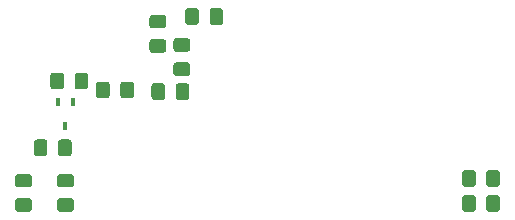
<source format=gbp>
G04 #@! TF.GenerationSoftware,KiCad,Pcbnew,5.1.5+dfsg1-2build2*
G04 #@! TF.CreationDate,2021-05-18T17:36:40-03:00*
G04 #@! TF.ProjectId,jbox_kicad,6a626f78-5f6b-4696-9361-642e6b696361,0*
G04 #@! TF.SameCoordinates,Original*
G04 #@! TF.FileFunction,Paste,Bot*
G04 #@! TF.FilePolarity,Positive*
%FSLAX46Y46*%
G04 Gerber Fmt 4.6, Leading zero omitted, Abs format (unit mm)*
G04 Created by KiCad (PCBNEW 5.1.5+dfsg1-2build2) date 2021-05-18 17:36:40*
%MOMM*%
%LPD*%
G04 APERTURE LIST*
%ADD10C,0.500000*%
%ADD11R,0.450000X0.700000*%
G04 APERTURE END LIST*
D10*
G36*
X224375505Y-108764204D02*
G01*
X224399773Y-108767804D01*
X224423572Y-108773765D01*
X224446671Y-108782030D01*
X224468850Y-108792520D01*
X224489893Y-108805132D01*
X224509599Y-108819747D01*
X224527777Y-108836223D01*
X224544253Y-108854401D01*
X224558868Y-108874107D01*
X224571480Y-108895150D01*
X224581970Y-108917329D01*
X224590235Y-108940428D01*
X224596196Y-108964227D01*
X224599796Y-108988495D01*
X224601000Y-109012999D01*
X224601000Y-109663001D01*
X224599796Y-109687505D01*
X224596196Y-109711773D01*
X224590235Y-109735572D01*
X224581970Y-109758671D01*
X224571480Y-109780850D01*
X224558868Y-109801893D01*
X224544253Y-109821599D01*
X224527777Y-109839777D01*
X224509599Y-109856253D01*
X224489893Y-109870868D01*
X224468850Y-109883480D01*
X224446671Y-109893970D01*
X224423572Y-109902235D01*
X224399773Y-109908196D01*
X224375505Y-109911796D01*
X224351001Y-109913000D01*
X223450999Y-109913000D01*
X223426495Y-109911796D01*
X223402227Y-109908196D01*
X223378428Y-109902235D01*
X223355329Y-109893970D01*
X223333150Y-109883480D01*
X223312107Y-109870868D01*
X223292401Y-109856253D01*
X223274223Y-109839777D01*
X223257747Y-109821599D01*
X223243132Y-109801893D01*
X223230520Y-109780850D01*
X223220030Y-109758671D01*
X223211765Y-109735572D01*
X223205804Y-109711773D01*
X223202204Y-109687505D01*
X223201000Y-109663001D01*
X223201000Y-109012999D01*
X223202204Y-108988495D01*
X223205804Y-108964227D01*
X223211765Y-108940428D01*
X223220030Y-108917329D01*
X223230520Y-108895150D01*
X223243132Y-108874107D01*
X223257747Y-108854401D01*
X223274223Y-108836223D01*
X223292401Y-108819747D01*
X223312107Y-108805132D01*
X223333150Y-108792520D01*
X223355329Y-108782030D01*
X223378428Y-108773765D01*
X223402227Y-108767804D01*
X223426495Y-108764204D01*
X223450999Y-108763000D01*
X224351001Y-108763000D01*
X224375505Y-108764204D01*
G37*
G36*
X224375505Y-110814204D02*
G01*
X224399773Y-110817804D01*
X224423572Y-110823765D01*
X224446671Y-110832030D01*
X224468850Y-110842520D01*
X224489893Y-110855132D01*
X224509599Y-110869747D01*
X224527777Y-110886223D01*
X224544253Y-110904401D01*
X224558868Y-110924107D01*
X224571480Y-110945150D01*
X224581970Y-110967329D01*
X224590235Y-110990428D01*
X224596196Y-111014227D01*
X224599796Y-111038495D01*
X224601000Y-111062999D01*
X224601000Y-111713001D01*
X224599796Y-111737505D01*
X224596196Y-111761773D01*
X224590235Y-111785572D01*
X224581970Y-111808671D01*
X224571480Y-111830850D01*
X224558868Y-111851893D01*
X224544253Y-111871599D01*
X224527777Y-111889777D01*
X224509599Y-111906253D01*
X224489893Y-111920868D01*
X224468850Y-111933480D01*
X224446671Y-111943970D01*
X224423572Y-111952235D01*
X224399773Y-111958196D01*
X224375505Y-111961796D01*
X224351001Y-111963000D01*
X223450999Y-111963000D01*
X223426495Y-111961796D01*
X223402227Y-111958196D01*
X223378428Y-111952235D01*
X223355329Y-111943970D01*
X223333150Y-111933480D01*
X223312107Y-111920868D01*
X223292401Y-111906253D01*
X223274223Y-111889777D01*
X223257747Y-111871599D01*
X223243132Y-111851893D01*
X223230520Y-111830850D01*
X223220030Y-111808671D01*
X223211765Y-111785572D01*
X223205804Y-111761773D01*
X223202204Y-111737505D01*
X223201000Y-111713001D01*
X223201000Y-111062999D01*
X223202204Y-111038495D01*
X223205804Y-111014227D01*
X223211765Y-110990428D01*
X223220030Y-110967329D01*
X223230520Y-110945150D01*
X223243132Y-110924107D01*
X223257747Y-110904401D01*
X223274223Y-110886223D01*
X223292401Y-110869747D01*
X223312107Y-110855132D01*
X223333150Y-110842520D01*
X223355329Y-110832030D01*
X223378428Y-110823765D01*
X223402227Y-110817804D01*
X223426495Y-110814204D01*
X223450999Y-110813000D01*
X224351001Y-110813000D01*
X224375505Y-110814204D01*
G37*
G36*
X227162505Y-108203704D02*
G01*
X227186773Y-108207304D01*
X227210572Y-108213265D01*
X227233671Y-108221530D01*
X227255850Y-108232020D01*
X227276893Y-108244632D01*
X227296599Y-108259247D01*
X227314777Y-108275723D01*
X227331253Y-108293901D01*
X227345868Y-108313607D01*
X227358480Y-108334650D01*
X227368970Y-108356829D01*
X227377235Y-108379928D01*
X227383196Y-108403727D01*
X227386796Y-108427995D01*
X227388000Y-108452499D01*
X227388000Y-109352501D01*
X227386796Y-109377005D01*
X227383196Y-109401273D01*
X227377235Y-109425072D01*
X227368970Y-109448171D01*
X227358480Y-109470350D01*
X227345868Y-109491393D01*
X227331253Y-109511099D01*
X227314777Y-109529277D01*
X227296599Y-109545753D01*
X227276893Y-109560368D01*
X227255850Y-109572980D01*
X227233671Y-109583470D01*
X227210572Y-109591735D01*
X227186773Y-109597696D01*
X227162505Y-109601296D01*
X227138001Y-109602500D01*
X226487999Y-109602500D01*
X226463495Y-109601296D01*
X226439227Y-109597696D01*
X226415428Y-109591735D01*
X226392329Y-109583470D01*
X226370150Y-109572980D01*
X226349107Y-109560368D01*
X226329401Y-109545753D01*
X226311223Y-109529277D01*
X226294747Y-109511099D01*
X226280132Y-109491393D01*
X226267520Y-109470350D01*
X226257030Y-109448171D01*
X226248765Y-109425072D01*
X226242804Y-109401273D01*
X226239204Y-109377005D01*
X226238000Y-109352501D01*
X226238000Y-108452499D01*
X226239204Y-108427995D01*
X226242804Y-108403727D01*
X226248765Y-108379928D01*
X226257030Y-108356829D01*
X226267520Y-108334650D01*
X226280132Y-108313607D01*
X226294747Y-108293901D01*
X226311223Y-108275723D01*
X226329401Y-108259247D01*
X226349107Y-108244632D01*
X226370150Y-108232020D01*
X226392329Y-108221530D01*
X226415428Y-108213265D01*
X226439227Y-108207304D01*
X226463495Y-108203704D01*
X226487999Y-108202500D01*
X227138001Y-108202500D01*
X227162505Y-108203704D01*
G37*
G36*
X229212505Y-108203704D02*
G01*
X229236773Y-108207304D01*
X229260572Y-108213265D01*
X229283671Y-108221530D01*
X229305850Y-108232020D01*
X229326893Y-108244632D01*
X229346599Y-108259247D01*
X229364777Y-108275723D01*
X229381253Y-108293901D01*
X229395868Y-108313607D01*
X229408480Y-108334650D01*
X229418970Y-108356829D01*
X229427235Y-108379928D01*
X229433196Y-108403727D01*
X229436796Y-108427995D01*
X229438000Y-108452499D01*
X229438000Y-109352501D01*
X229436796Y-109377005D01*
X229433196Y-109401273D01*
X229427235Y-109425072D01*
X229418970Y-109448171D01*
X229408480Y-109470350D01*
X229395868Y-109491393D01*
X229381253Y-109511099D01*
X229364777Y-109529277D01*
X229346599Y-109545753D01*
X229326893Y-109560368D01*
X229305850Y-109572980D01*
X229283671Y-109583470D01*
X229260572Y-109591735D01*
X229236773Y-109597696D01*
X229212505Y-109601296D01*
X229188001Y-109602500D01*
X228537999Y-109602500D01*
X228513495Y-109601296D01*
X228489227Y-109597696D01*
X228465428Y-109591735D01*
X228442329Y-109583470D01*
X228420150Y-109572980D01*
X228399107Y-109560368D01*
X228379401Y-109545753D01*
X228361223Y-109529277D01*
X228344747Y-109511099D01*
X228330132Y-109491393D01*
X228317520Y-109470350D01*
X228307030Y-109448171D01*
X228298765Y-109425072D01*
X228292804Y-109401273D01*
X228289204Y-109377005D01*
X228288000Y-109352501D01*
X228288000Y-108452499D01*
X228289204Y-108427995D01*
X228292804Y-108403727D01*
X228298765Y-108379928D01*
X228307030Y-108356829D01*
X228317520Y-108334650D01*
X228330132Y-108313607D01*
X228344747Y-108293901D01*
X228361223Y-108275723D01*
X228379401Y-108259247D01*
X228399107Y-108244632D01*
X228420150Y-108232020D01*
X228442329Y-108221530D01*
X228465428Y-108213265D01*
X228489227Y-108207304D01*
X228513495Y-108203704D01*
X228537999Y-108202500D01*
X229188001Y-108202500D01*
X229212505Y-108203704D01*
G37*
G36*
X216565005Y-124276204D02*
G01*
X216589273Y-124279804D01*
X216613072Y-124285765D01*
X216636171Y-124294030D01*
X216658350Y-124304520D01*
X216679393Y-124317132D01*
X216699099Y-124331747D01*
X216717277Y-124348223D01*
X216733753Y-124366401D01*
X216748368Y-124386107D01*
X216760980Y-124407150D01*
X216771470Y-124429329D01*
X216779735Y-124452428D01*
X216785696Y-124476227D01*
X216789296Y-124500495D01*
X216790500Y-124524999D01*
X216790500Y-125175001D01*
X216789296Y-125199505D01*
X216785696Y-125223773D01*
X216779735Y-125247572D01*
X216771470Y-125270671D01*
X216760980Y-125292850D01*
X216748368Y-125313893D01*
X216733753Y-125333599D01*
X216717277Y-125351777D01*
X216699099Y-125368253D01*
X216679393Y-125382868D01*
X216658350Y-125395480D01*
X216636171Y-125405970D01*
X216613072Y-125414235D01*
X216589273Y-125420196D01*
X216565005Y-125423796D01*
X216540501Y-125425000D01*
X215640499Y-125425000D01*
X215615995Y-125423796D01*
X215591727Y-125420196D01*
X215567928Y-125414235D01*
X215544829Y-125405970D01*
X215522650Y-125395480D01*
X215501607Y-125382868D01*
X215481901Y-125368253D01*
X215463723Y-125351777D01*
X215447247Y-125333599D01*
X215432632Y-125313893D01*
X215420020Y-125292850D01*
X215409530Y-125270671D01*
X215401265Y-125247572D01*
X215395304Y-125223773D01*
X215391704Y-125199505D01*
X215390500Y-125175001D01*
X215390500Y-124524999D01*
X215391704Y-124500495D01*
X215395304Y-124476227D01*
X215401265Y-124452428D01*
X215409530Y-124429329D01*
X215420020Y-124407150D01*
X215432632Y-124386107D01*
X215447247Y-124366401D01*
X215463723Y-124348223D01*
X215481901Y-124331747D01*
X215501607Y-124317132D01*
X215522650Y-124304520D01*
X215544829Y-124294030D01*
X215567928Y-124285765D01*
X215591727Y-124279804D01*
X215615995Y-124276204D01*
X215640499Y-124275000D01*
X216540501Y-124275000D01*
X216565005Y-124276204D01*
G37*
G36*
X216565005Y-122226204D02*
G01*
X216589273Y-122229804D01*
X216613072Y-122235765D01*
X216636171Y-122244030D01*
X216658350Y-122254520D01*
X216679393Y-122267132D01*
X216699099Y-122281747D01*
X216717277Y-122298223D01*
X216733753Y-122316401D01*
X216748368Y-122336107D01*
X216760980Y-122357150D01*
X216771470Y-122379329D01*
X216779735Y-122402428D01*
X216785696Y-122426227D01*
X216789296Y-122450495D01*
X216790500Y-122474999D01*
X216790500Y-123125001D01*
X216789296Y-123149505D01*
X216785696Y-123173773D01*
X216779735Y-123197572D01*
X216771470Y-123220671D01*
X216760980Y-123242850D01*
X216748368Y-123263893D01*
X216733753Y-123283599D01*
X216717277Y-123301777D01*
X216699099Y-123318253D01*
X216679393Y-123332868D01*
X216658350Y-123345480D01*
X216636171Y-123355970D01*
X216613072Y-123364235D01*
X216589273Y-123370196D01*
X216565005Y-123373796D01*
X216540501Y-123375000D01*
X215640499Y-123375000D01*
X215615995Y-123373796D01*
X215591727Y-123370196D01*
X215567928Y-123364235D01*
X215544829Y-123355970D01*
X215522650Y-123345480D01*
X215501607Y-123332868D01*
X215481901Y-123318253D01*
X215463723Y-123301777D01*
X215447247Y-123283599D01*
X215432632Y-123263893D01*
X215420020Y-123242850D01*
X215409530Y-123220671D01*
X215401265Y-123197572D01*
X215395304Y-123173773D01*
X215391704Y-123149505D01*
X215390500Y-123125001D01*
X215390500Y-122474999D01*
X215391704Y-122450495D01*
X215395304Y-122426227D01*
X215401265Y-122402428D01*
X215409530Y-122379329D01*
X215420020Y-122357150D01*
X215432632Y-122336107D01*
X215447247Y-122316401D01*
X215463723Y-122298223D01*
X215481901Y-122281747D01*
X215501607Y-122267132D01*
X215522650Y-122254520D01*
X215544829Y-122244030D01*
X215567928Y-122235765D01*
X215591727Y-122229804D01*
X215615995Y-122226204D01*
X215640499Y-122225000D01*
X216540501Y-122225000D01*
X216565005Y-122226204D01*
G37*
G36*
X216385505Y-119316204D02*
G01*
X216409773Y-119319804D01*
X216433572Y-119325765D01*
X216456671Y-119334030D01*
X216478850Y-119344520D01*
X216499893Y-119357132D01*
X216519599Y-119371747D01*
X216537777Y-119388223D01*
X216554253Y-119406401D01*
X216568868Y-119426107D01*
X216581480Y-119447150D01*
X216591970Y-119469329D01*
X216600235Y-119492428D01*
X216606196Y-119516227D01*
X216609796Y-119540495D01*
X216611000Y-119564999D01*
X216611000Y-120465001D01*
X216609796Y-120489505D01*
X216606196Y-120513773D01*
X216600235Y-120537572D01*
X216591970Y-120560671D01*
X216581480Y-120582850D01*
X216568868Y-120603893D01*
X216554253Y-120623599D01*
X216537777Y-120641777D01*
X216519599Y-120658253D01*
X216499893Y-120672868D01*
X216478850Y-120685480D01*
X216456671Y-120695970D01*
X216433572Y-120704235D01*
X216409773Y-120710196D01*
X216385505Y-120713796D01*
X216361001Y-120715000D01*
X215710999Y-120715000D01*
X215686495Y-120713796D01*
X215662227Y-120710196D01*
X215638428Y-120704235D01*
X215615329Y-120695970D01*
X215593150Y-120685480D01*
X215572107Y-120672868D01*
X215552401Y-120658253D01*
X215534223Y-120641777D01*
X215517747Y-120623599D01*
X215503132Y-120603893D01*
X215490520Y-120582850D01*
X215480030Y-120560671D01*
X215471765Y-120537572D01*
X215465804Y-120513773D01*
X215462204Y-120489505D01*
X215461000Y-120465001D01*
X215461000Y-119564999D01*
X215462204Y-119540495D01*
X215465804Y-119516227D01*
X215471765Y-119492428D01*
X215480030Y-119469329D01*
X215490520Y-119447150D01*
X215503132Y-119426107D01*
X215517747Y-119406401D01*
X215534223Y-119388223D01*
X215552401Y-119371747D01*
X215572107Y-119357132D01*
X215593150Y-119344520D01*
X215615329Y-119334030D01*
X215638428Y-119325765D01*
X215662227Y-119319804D01*
X215686495Y-119316204D01*
X215710999Y-119315000D01*
X216361001Y-119315000D01*
X216385505Y-119316204D01*
G37*
G36*
X214335505Y-119316204D02*
G01*
X214359773Y-119319804D01*
X214383572Y-119325765D01*
X214406671Y-119334030D01*
X214428850Y-119344520D01*
X214449893Y-119357132D01*
X214469599Y-119371747D01*
X214487777Y-119388223D01*
X214504253Y-119406401D01*
X214518868Y-119426107D01*
X214531480Y-119447150D01*
X214541970Y-119469329D01*
X214550235Y-119492428D01*
X214556196Y-119516227D01*
X214559796Y-119540495D01*
X214561000Y-119564999D01*
X214561000Y-120465001D01*
X214559796Y-120489505D01*
X214556196Y-120513773D01*
X214550235Y-120537572D01*
X214541970Y-120560671D01*
X214531480Y-120582850D01*
X214518868Y-120603893D01*
X214504253Y-120623599D01*
X214487777Y-120641777D01*
X214469599Y-120658253D01*
X214449893Y-120672868D01*
X214428850Y-120685480D01*
X214406671Y-120695970D01*
X214383572Y-120704235D01*
X214359773Y-120710196D01*
X214335505Y-120713796D01*
X214311001Y-120715000D01*
X213660999Y-120715000D01*
X213636495Y-120713796D01*
X213612227Y-120710196D01*
X213588428Y-120704235D01*
X213565329Y-120695970D01*
X213543150Y-120685480D01*
X213522107Y-120672868D01*
X213502401Y-120658253D01*
X213484223Y-120641777D01*
X213467747Y-120623599D01*
X213453132Y-120603893D01*
X213440520Y-120582850D01*
X213430030Y-120560671D01*
X213421765Y-120537572D01*
X213415804Y-120513773D01*
X213412204Y-120489505D01*
X213411000Y-120465001D01*
X213411000Y-119564999D01*
X213412204Y-119540495D01*
X213415804Y-119516227D01*
X213421765Y-119492428D01*
X213430030Y-119469329D01*
X213440520Y-119447150D01*
X213453132Y-119426107D01*
X213467747Y-119406401D01*
X213484223Y-119388223D01*
X213502401Y-119371747D01*
X213522107Y-119357132D01*
X213543150Y-119344520D01*
X213565329Y-119334030D01*
X213588428Y-119325765D01*
X213612227Y-119319804D01*
X213636495Y-119316204D01*
X213660999Y-119315000D01*
X214311001Y-119315000D01*
X214335505Y-119316204D01*
G37*
G36*
X213009005Y-122226204D02*
G01*
X213033273Y-122229804D01*
X213057072Y-122235765D01*
X213080171Y-122244030D01*
X213102350Y-122254520D01*
X213123393Y-122267132D01*
X213143099Y-122281747D01*
X213161277Y-122298223D01*
X213177753Y-122316401D01*
X213192368Y-122336107D01*
X213204980Y-122357150D01*
X213215470Y-122379329D01*
X213223735Y-122402428D01*
X213229696Y-122426227D01*
X213233296Y-122450495D01*
X213234500Y-122474999D01*
X213234500Y-123125001D01*
X213233296Y-123149505D01*
X213229696Y-123173773D01*
X213223735Y-123197572D01*
X213215470Y-123220671D01*
X213204980Y-123242850D01*
X213192368Y-123263893D01*
X213177753Y-123283599D01*
X213161277Y-123301777D01*
X213143099Y-123318253D01*
X213123393Y-123332868D01*
X213102350Y-123345480D01*
X213080171Y-123355970D01*
X213057072Y-123364235D01*
X213033273Y-123370196D01*
X213009005Y-123373796D01*
X212984501Y-123375000D01*
X212084499Y-123375000D01*
X212059995Y-123373796D01*
X212035727Y-123370196D01*
X212011928Y-123364235D01*
X211988829Y-123355970D01*
X211966650Y-123345480D01*
X211945607Y-123332868D01*
X211925901Y-123318253D01*
X211907723Y-123301777D01*
X211891247Y-123283599D01*
X211876632Y-123263893D01*
X211864020Y-123242850D01*
X211853530Y-123220671D01*
X211845265Y-123197572D01*
X211839304Y-123173773D01*
X211835704Y-123149505D01*
X211834500Y-123125001D01*
X211834500Y-122474999D01*
X211835704Y-122450495D01*
X211839304Y-122426227D01*
X211845265Y-122402428D01*
X211853530Y-122379329D01*
X211864020Y-122357150D01*
X211876632Y-122336107D01*
X211891247Y-122316401D01*
X211907723Y-122298223D01*
X211925901Y-122281747D01*
X211945607Y-122267132D01*
X211966650Y-122254520D01*
X211988829Y-122244030D01*
X212011928Y-122235765D01*
X212035727Y-122229804D01*
X212059995Y-122226204D01*
X212084499Y-122225000D01*
X212984501Y-122225000D01*
X213009005Y-122226204D01*
G37*
G36*
X213009005Y-124276204D02*
G01*
X213033273Y-124279804D01*
X213057072Y-124285765D01*
X213080171Y-124294030D01*
X213102350Y-124304520D01*
X213123393Y-124317132D01*
X213143099Y-124331747D01*
X213161277Y-124348223D01*
X213177753Y-124366401D01*
X213192368Y-124386107D01*
X213204980Y-124407150D01*
X213215470Y-124429329D01*
X213223735Y-124452428D01*
X213229696Y-124476227D01*
X213233296Y-124500495D01*
X213234500Y-124524999D01*
X213234500Y-125175001D01*
X213233296Y-125199505D01*
X213229696Y-125223773D01*
X213223735Y-125247572D01*
X213215470Y-125270671D01*
X213204980Y-125292850D01*
X213192368Y-125313893D01*
X213177753Y-125333599D01*
X213161277Y-125351777D01*
X213143099Y-125368253D01*
X213123393Y-125382868D01*
X213102350Y-125395480D01*
X213080171Y-125405970D01*
X213057072Y-125414235D01*
X213033273Y-125420196D01*
X213009005Y-125423796D01*
X212984501Y-125425000D01*
X212084499Y-125425000D01*
X212059995Y-125423796D01*
X212035727Y-125420196D01*
X212011928Y-125414235D01*
X211988829Y-125405970D01*
X211966650Y-125395480D01*
X211945607Y-125382868D01*
X211925901Y-125368253D01*
X211907723Y-125351777D01*
X211891247Y-125333599D01*
X211876632Y-125313893D01*
X211864020Y-125292850D01*
X211853530Y-125270671D01*
X211845265Y-125247572D01*
X211839304Y-125223773D01*
X211835704Y-125199505D01*
X211834500Y-125175001D01*
X211834500Y-124524999D01*
X211835704Y-124500495D01*
X211839304Y-124476227D01*
X211845265Y-124452428D01*
X211853530Y-124429329D01*
X211864020Y-124407150D01*
X211876632Y-124386107D01*
X211891247Y-124366401D01*
X211907723Y-124348223D01*
X211925901Y-124331747D01*
X211945607Y-124317132D01*
X211966650Y-124304520D01*
X211988829Y-124294030D01*
X212011928Y-124285765D01*
X212035727Y-124279804D01*
X212059995Y-124276204D01*
X212084499Y-124275000D01*
X212984501Y-124275000D01*
X213009005Y-124276204D01*
G37*
G36*
X226407505Y-112782704D02*
G01*
X226431773Y-112786304D01*
X226455572Y-112792265D01*
X226478671Y-112800530D01*
X226500850Y-112811020D01*
X226521893Y-112823632D01*
X226541599Y-112838247D01*
X226559777Y-112854723D01*
X226576253Y-112872901D01*
X226590868Y-112892607D01*
X226603480Y-112913650D01*
X226613970Y-112935829D01*
X226622235Y-112958928D01*
X226628196Y-112982727D01*
X226631796Y-113006995D01*
X226633000Y-113031499D01*
X226633000Y-113681501D01*
X226631796Y-113706005D01*
X226628196Y-113730273D01*
X226622235Y-113754072D01*
X226613970Y-113777171D01*
X226603480Y-113799350D01*
X226590868Y-113820393D01*
X226576253Y-113840099D01*
X226559777Y-113858277D01*
X226541599Y-113874753D01*
X226521893Y-113889368D01*
X226500850Y-113901980D01*
X226478671Y-113912470D01*
X226455572Y-113920735D01*
X226431773Y-113926696D01*
X226407505Y-113930296D01*
X226383001Y-113931500D01*
X225482999Y-113931500D01*
X225458495Y-113930296D01*
X225434227Y-113926696D01*
X225410428Y-113920735D01*
X225387329Y-113912470D01*
X225365150Y-113901980D01*
X225344107Y-113889368D01*
X225324401Y-113874753D01*
X225306223Y-113858277D01*
X225289747Y-113840099D01*
X225275132Y-113820393D01*
X225262520Y-113799350D01*
X225252030Y-113777171D01*
X225243765Y-113754072D01*
X225237804Y-113730273D01*
X225234204Y-113706005D01*
X225233000Y-113681501D01*
X225233000Y-113031499D01*
X225234204Y-113006995D01*
X225237804Y-112982727D01*
X225243765Y-112958928D01*
X225252030Y-112935829D01*
X225262520Y-112913650D01*
X225275132Y-112892607D01*
X225289747Y-112872901D01*
X225306223Y-112854723D01*
X225324401Y-112838247D01*
X225344107Y-112823632D01*
X225365150Y-112811020D01*
X225387329Y-112800530D01*
X225410428Y-112792265D01*
X225434227Y-112786304D01*
X225458495Y-112782704D01*
X225482999Y-112781500D01*
X226383001Y-112781500D01*
X226407505Y-112782704D01*
G37*
G36*
X226407505Y-110732704D02*
G01*
X226431773Y-110736304D01*
X226455572Y-110742265D01*
X226478671Y-110750530D01*
X226500850Y-110761020D01*
X226521893Y-110773632D01*
X226541599Y-110788247D01*
X226559777Y-110804723D01*
X226576253Y-110822901D01*
X226590868Y-110842607D01*
X226603480Y-110863650D01*
X226613970Y-110885829D01*
X226622235Y-110908928D01*
X226628196Y-110932727D01*
X226631796Y-110956995D01*
X226633000Y-110981499D01*
X226633000Y-111631501D01*
X226631796Y-111656005D01*
X226628196Y-111680273D01*
X226622235Y-111704072D01*
X226613970Y-111727171D01*
X226603480Y-111749350D01*
X226590868Y-111770393D01*
X226576253Y-111790099D01*
X226559777Y-111808277D01*
X226541599Y-111824753D01*
X226521893Y-111839368D01*
X226500850Y-111851980D01*
X226478671Y-111862470D01*
X226455572Y-111870735D01*
X226431773Y-111876696D01*
X226407505Y-111880296D01*
X226383001Y-111881500D01*
X225482999Y-111881500D01*
X225458495Y-111880296D01*
X225434227Y-111876696D01*
X225410428Y-111870735D01*
X225387329Y-111862470D01*
X225365150Y-111851980D01*
X225344107Y-111839368D01*
X225324401Y-111824753D01*
X225306223Y-111808277D01*
X225289747Y-111790099D01*
X225275132Y-111770393D01*
X225262520Y-111749350D01*
X225252030Y-111727171D01*
X225243765Y-111704072D01*
X225237804Y-111680273D01*
X225234204Y-111656005D01*
X225233000Y-111631501D01*
X225233000Y-110981499D01*
X225234204Y-110956995D01*
X225237804Y-110932727D01*
X225243765Y-110908928D01*
X225252030Y-110885829D01*
X225262520Y-110863650D01*
X225275132Y-110842607D01*
X225289747Y-110822901D01*
X225306223Y-110804723D01*
X225324401Y-110788247D01*
X225344107Y-110773632D01*
X225365150Y-110761020D01*
X225387329Y-110750530D01*
X225410428Y-110742265D01*
X225434227Y-110736304D01*
X225458495Y-110732704D01*
X225482999Y-110731500D01*
X226383001Y-110731500D01*
X226407505Y-110732704D01*
G37*
G36*
X224296005Y-114553704D02*
G01*
X224320273Y-114557304D01*
X224344072Y-114563265D01*
X224367171Y-114571530D01*
X224389350Y-114582020D01*
X224410393Y-114594632D01*
X224430099Y-114609247D01*
X224448277Y-114625723D01*
X224464753Y-114643901D01*
X224479368Y-114663607D01*
X224491980Y-114684650D01*
X224502470Y-114706829D01*
X224510735Y-114729928D01*
X224516696Y-114753727D01*
X224520296Y-114777995D01*
X224521500Y-114802499D01*
X224521500Y-115702501D01*
X224520296Y-115727005D01*
X224516696Y-115751273D01*
X224510735Y-115775072D01*
X224502470Y-115798171D01*
X224491980Y-115820350D01*
X224479368Y-115841393D01*
X224464753Y-115861099D01*
X224448277Y-115879277D01*
X224430099Y-115895753D01*
X224410393Y-115910368D01*
X224389350Y-115922980D01*
X224367171Y-115933470D01*
X224344072Y-115941735D01*
X224320273Y-115947696D01*
X224296005Y-115951296D01*
X224271501Y-115952500D01*
X223621499Y-115952500D01*
X223596995Y-115951296D01*
X223572727Y-115947696D01*
X223548928Y-115941735D01*
X223525829Y-115933470D01*
X223503650Y-115922980D01*
X223482607Y-115910368D01*
X223462901Y-115895753D01*
X223444723Y-115879277D01*
X223428247Y-115861099D01*
X223413632Y-115841393D01*
X223401020Y-115820350D01*
X223390530Y-115798171D01*
X223382265Y-115775072D01*
X223376304Y-115751273D01*
X223372704Y-115727005D01*
X223371500Y-115702501D01*
X223371500Y-114802499D01*
X223372704Y-114777995D01*
X223376304Y-114753727D01*
X223382265Y-114729928D01*
X223390530Y-114706829D01*
X223401020Y-114684650D01*
X223413632Y-114663607D01*
X223428247Y-114643901D01*
X223444723Y-114625723D01*
X223462901Y-114609247D01*
X223482607Y-114594632D01*
X223503650Y-114582020D01*
X223525829Y-114571530D01*
X223548928Y-114563265D01*
X223572727Y-114557304D01*
X223596995Y-114553704D01*
X223621499Y-114552500D01*
X224271501Y-114552500D01*
X224296005Y-114553704D01*
G37*
G36*
X226346005Y-114553704D02*
G01*
X226370273Y-114557304D01*
X226394072Y-114563265D01*
X226417171Y-114571530D01*
X226439350Y-114582020D01*
X226460393Y-114594632D01*
X226480099Y-114609247D01*
X226498277Y-114625723D01*
X226514753Y-114643901D01*
X226529368Y-114663607D01*
X226541980Y-114684650D01*
X226552470Y-114706829D01*
X226560735Y-114729928D01*
X226566696Y-114753727D01*
X226570296Y-114777995D01*
X226571500Y-114802499D01*
X226571500Y-115702501D01*
X226570296Y-115727005D01*
X226566696Y-115751273D01*
X226560735Y-115775072D01*
X226552470Y-115798171D01*
X226541980Y-115820350D01*
X226529368Y-115841393D01*
X226514753Y-115861099D01*
X226498277Y-115879277D01*
X226480099Y-115895753D01*
X226460393Y-115910368D01*
X226439350Y-115922980D01*
X226417171Y-115933470D01*
X226394072Y-115941735D01*
X226370273Y-115947696D01*
X226346005Y-115951296D01*
X226321501Y-115952500D01*
X225671499Y-115952500D01*
X225646995Y-115951296D01*
X225622727Y-115947696D01*
X225598928Y-115941735D01*
X225575829Y-115933470D01*
X225553650Y-115922980D01*
X225532607Y-115910368D01*
X225512901Y-115895753D01*
X225494723Y-115879277D01*
X225478247Y-115861099D01*
X225463632Y-115841393D01*
X225451020Y-115820350D01*
X225440530Y-115798171D01*
X225432265Y-115775072D01*
X225426304Y-115751273D01*
X225422704Y-115727005D01*
X225421500Y-115702501D01*
X225421500Y-114802499D01*
X225422704Y-114777995D01*
X225426304Y-114753727D01*
X225432265Y-114729928D01*
X225440530Y-114706829D01*
X225451020Y-114684650D01*
X225463632Y-114663607D01*
X225478247Y-114643901D01*
X225494723Y-114625723D01*
X225512901Y-114609247D01*
X225532607Y-114594632D01*
X225553650Y-114582020D01*
X225575829Y-114571530D01*
X225598928Y-114563265D01*
X225622727Y-114557304D01*
X225646995Y-114553704D01*
X225671499Y-114552500D01*
X226321501Y-114552500D01*
X226346005Y-114553704D01*
G37*
G36*
X252644005Y-124040604D02*
G01*
X252668273Y-124044204D01*
X252692072Y-124050165D01*
X252715171Y-124058430D01*
X252737350Y-124068920D01*
X252758393Y-124081532D01*
X252778099Y-124096147D01*
X252796277Y-124112623D01*
X252812753Y-124130801D01*
X252827368Y-124150507D01*
X252839980Y-124171550D01*
X252850470Y-124193729D01*
X252858735Y-124216828D01*
X252864696Y-124240627D01*
X252868296Y-124264895D01*
X252869500Y-124289399D01*
X252869500Y-125189401D01*
X252868296Y-125213905D01*
X252864696Y-125238173D01*
X252858735Y-125261972D01*
X252850470Y-125285071D01*
X252839980Y-125307250D01*
X252827368Y-125328293D01*
X252812753Y-125347999D01*
X252796277Y-125366177D01*
X252778099Y-125382653D01*
X252758393Y-125397268D01*
X252737350Y-125409880D01*
X252715171Y-125420370D01*
X252692072Y-125428635D01*
X252668273Y-125434596D01*
X252644005Y-125438196D01*
X252619501Y-125439400D01*
X251969499Y-125439400D01*
X251944995Y-125438196D01*
X251920727Y-125434596D01*
X251896928Y-125428635D01*
X251873829Y-125420370D01*
X251851650Y-125409880D01*
X251830607Y-125397268D01*
X251810901Y-125382653D01*
X251792723Y-125366177D01*
X251776247Y-125347999D01*
X251761632Y-125328293D01*
X251749020Y-125307250D01*
X251738530Y-125285071D01*
X251730265Y-125261972D01*
X251724304Y-125238173D01*
X251720704Y-125213905D01*
X251719500Y-125189401D01*
X251719500Y-124289399D01*
X251720704Y-124264895D01*
X251724304Y-124240627D01*
X251730265Y-124216828D01*
X251738530Y-124193729D01*
X251749020Y-124171550D01*
X251761632Y-124150507D01*
X251776247Y-124130801D01*
X251792723Y-124112623D01*
X251810901Y-124096147D01*
X251830607Y-124081532D01*
X251851650Y-124068920D01*
X251873829Y-124058430D01*
X251896928Y-124050165D01*
X251920727Y-124044204D01*
X251944995Y-124040604D01*
X251969499Y-124039400D01*
X252619501Y-124039400D01*
X252644005Y-124040604D01*
G37*
G36*
X250594005Y-124040604D02*
G01*
X250618273Y-124044204D01*
X250642072Y-124050165D01*
X250665171Y-124058430D01*
X250687350Y-124068920D01*
X250708393Y-124081532D01*
X250728099Y-124096147D01*
X250746277Y-124112623D01*
X250762753Y-124130801D01*
X250777368Y-124150507D01*
X250789980Y-124171550D01*
X250800470Y-124193729D01*
X250808735Y-124216828D01*
X250814696Y-124240627D01*
X250818296Y-124264895D01*
X250819500Y-124289399D01*
X250819500Y-125189401D01*
X250818296Y-125213905D01*
X250814696Y-125238173D01*
X250808735Y-125261972D01*
X250800470Y-125285071D01*
X250789980Y-125307250D01*
X250777368Y-125328293D01*
X250762753Y-125347999D01*
X250746277Y-125366177D01*
X250728099Y-125382653D01*
X250708393Y-125397268D01*
X250687350Y-125409880D01*
X250665171Y-125420370D01*
X250642072Y-125428635D01*
X250618273Y-125434596D01*
X250594005Y-125438196D01*
X250569501Y-125439400D01*
X249919499Y-125439400D01*
X249894995Y-125438196D01*
X249870727Y-125434596D01*
X249846928Y-125428635D01*
X249823829Y-125420370D01*
X249801650Y-125409880D01*
X249780607Y-125397268D01*
X249760901Y-125382653D01*
X249742723Y-125366177D01*
X249726247Y-125347999D01*
X249711632Y-125328293D01*
X249699020Y-125307250D01*
X249688530Y-125285071D01*
X249680265Y-125261972D01*
X249674304Y-125238173D01*
X249670704Y-125213905D01*
X249669500Y-125189401D01*
X249669500Y-124289399D01*
X249670704Y-124264895D01*
X249674304Y-124240627D01*
X249680265Y-124216828D01*
X249688530Y-124193729D01*
X249699020Y-124171550D01*
X249711632Y-124150507D01*
X249726247Y-124130801D01*
X249742723Y-124112623D01*
X249760901Y-124096147D01*
X249780607Y-124081532D01*
X249801650Y-124068920D01*
X249823829Y-124058430D01*
X249846928Y-124050165D01*
X249870727Y-124044204D01*
X249894995Y-124040604D01*
X249919499Y-124039400D01*
X250569501Y-124039400D01*
X250594005Y-124040604D01*
G37*
G36*
X250594410Y-121919702D02*
G01*
X250618635Y-121923295D01*
X250642391Y-121929246D01*
X250665449Y-121937496D01*
X250687587Y-121947967D01*
X250708593Y-121960557D01*
X250728263Y-121975145D01*
X250746408Y-121991592D01*
X250762855Y-122009737D01*
X250777443Y-122029407D01*
X250790033Y-122050413D01*
X250800504Y-122072551D01*
X250808754Y-122095609D01*
X250814705Y-122119365D01*
X250818298Y-122143590D01*
X250819500Y-122168050D01*
X250819500Y-123068950D01*
X250818298Y-123093410D01*
X250814705Y-123117635D01*
X250808754Y-123141391D01*
X250800504Y-123164449D01*
X250790033Y-123186587D01*
X250777443Y-123207593D01*
X250762855Y-123227263D01*
X250746408Y-123245408D01*
X250728263Y-123261855D01*
X250708593Y-123276443D01*
X250687587Y-123289033D01*
X250665449Y-123299504D01*
X250642391Y-123307754D01*
X250618635Y-123313705D01*
X250594410Y-123317298D01*
X250569950Y-123318500D01*
X249919050Y-123318500D01*
X249894590Y-123317298D01*
X249870365Y-123313705D01*
X249846609Y-123307754D01*
X249823551Y-123299504D01*
X249801413Y-123289033D01*
X249780407Y-123276443D01*
X249760737Y-123261855D01*
X249742592Y-123245408D01*
X249726145Y-123227263D01*
X249711557Y-123207593D01*
X249698967Y-123186587D01*
X249688496Y-123164449D01*
X249680246Y-123141391D01*
X249674295Y-123117635D01*
X249670702Y-123093410D01*
X249669500Y-123068950D01*
X249669500Y-122168050D01*
X249670702Y-122143590D01*
X249674295Y-122119365D01*
X249680246Y-122095609D01*
X249688496Y-122072551D01*
X249698967Y-122050413D01*
X249711557Y-122029407D01*
X249726145Y-122009737D01*
X249742592Y-121991592D01*
X249760737Y-121975145D01*
X249780407Y-121960557D01*
X249801413Y-121947967D01*
X249823551Y-121937496D01*
X249846609Y-121929246D01*
X249870365Y-121923295D01*
X249894590Y-121919702D01*
X249919050Y-121918500D01*
X250569950Y-121918500D01*
X250594410Y-121919702D01*
G37*
G36*
X252644005Y-121919704D02*
G01*
X252668273Y-121923304D01*
X252692072Y-121929265D01*
X252715171Y-121937530D01*
X252737350Y-121948020D01*
X252758393Y-121960632D01*
X252778099Y-121975247D01*
X252796277Y-121991723D01*
X252812753Y-122009901D01*
X252827368Y-122029607D01*
X252839980Y-122050650D01*
X252850470Y-122072829D01*
X252858735Y-122095928D01*
X252864696Y-122119727D01*
X252868296Y-122143995D01*
X252869500Y-122168499D01*
X252869500Y-123068501D01*
X252868296Y-123093005D01*
X252864696Y-123117273D01*
X252858735Y-123141072D01*
X252850470Y-123164171D01*
X252839980Y-123186350D01*
X252827368Y-123207393D01*
X252812753Y-123227099D01*
X252796277Y-123245277D01*
X252778099Y-123261753D01*
X252758393Y-123276368D01*
X252737350Y-123288980D01*
X252715171Y-123299470D01*
X252692072Y-123307735D01*
X252668273Y-123313696D01*
X252644005Y-123317296D01*
X252619501Y-123318500D01*
X251969499Y-123318500D01*
X251944995Y-123317296D01*
X251920727Y-123313696D01*
X251896928Y-123307735D01*
X251873829Y-123299470D01*
X251851650Y-123288980D01*
X251830607Y-123276368D01*
X251810901Y-123261753D01*
X251792723Y-123245277D01*
X251776247Y-123227099D01*
X251761632Y-123207393D01*
X251749020Y-123186350D01*
X251738530Y-123164171D01*
X251730265Y-123141072D01*
X251724304Y-123117273D01*
X251720704Y-123093005D01*
X251719500Y-123068501D01*
X251719500Y-122168499D01*
X251720704Y-122143995D01*
X251724304Y-122119727D01*
X251730265Y-122095928D01*
X251738530Y-122072829D01*
X251749020Y-122050650D01*
X251761632Y-122029607D01*
X251776247Y-122009901D01*
X251792723Y-121991723D01*
X251810901Y-121975247D01*
X251830607Y-121960632D01*
X251851650Y-121948020D01*
X251873829Y-121937530D01*
X251896928Y-121929265D01*
X251920727Y-121923304D01*
X251944995Y-121919704D01*
X251969499Y-121918500D01*
X252619501Y-121918500D01*
X252644005Y-121919704D01*
G37*
G36*
X221656005Y-114426704D02*
G01*
X221680273Y-114430304D01*
X221704072Y-114436265D01*
X221727171Y-114444530D01*
X221749350Y-114455020D01*
X221770393Y-114467632D01*
X221790099Y-114482247D01*
X221808277Y-114498723D01*
X221824753Y-114516901D01*
X221839368Y-114536607D01*
X221851980Y-114557650D01*
X221862470Y-114579829D01*
X221870735Y-114602928D01*
X221876696Y-114626727D01*
X221880296Y-114650995D01*
X221881500Y-114675499D01*
X221881500Y-115575501D01*
X221880296Y-115600005D01*
X221876696Y-115624273D01*
X221870735Y-115648072D01*
X221862470Y-115671171D01*
X221851980Y-115693350D01*
X221839368Y-115714393D01*
X221824753Y-115734099D01*
X221808277Y-115752277D01*
X221790099Y-115768753D01*
X221770393Y-115783368D01*
X221749350Y-115795980D01*
X221727171Y-115806470D01*
X221704072Y-115814735D01*
X221680273Y-115820696D01*
X221656005Y-115824296D01*
X221631501Y-115825500D01*
X220981499Y-115825500D01*
X220956995Y-115824296D01*
X220932727Y-115820696D01*
X220908928Y-115814735D01*
X220885829Y-115806470D01*
X220863650Y-115795980D01*
X220842607Y-115783368D01*
X220822901Y-115768753D01*
X220804723Y-115752277D01*
X220788247Y-115734099D01*
X220773632Y-115714393D01*
X220761020Y-115693350D01*
X220750530Y-115671171D01*
X220742265Y-115648072D01*
X220736304Y-115624273D01*
X220732704Y-115600005D01*
X220731500Y-115575501D01*
X220731500Y-114675499D01*
X220732704Y-114650995D01*
X220736304Y-114626727D01*
X220742265Y-114602928D01*
X220750530Y-114579829D01*
X220761020Y-114557650D01*
X220773632Y-114536607D01*
X220788247Y-114516901D01*
X220804723Y-114498723D01*
X220822901Y-114482247D01*
X220842607Y-114467632D01*
X220863650Y-114455020D01*
X220885829Y-114444530D01*
X220908928Y-114436265D01*
X220932727Y-114430304D01*
X220956995Y-114426704D01*
X220981499Y-114425500D01*
X221631501Y-114425500D01*
X221656005Y-114426704D01*
G37*
G36*
X219606005Y-114426704D02*
G01*
X219630273Y-114430304D01*
X219654072Y-114436265D01*
X219677171Y-114444530D01*
X219699350Y-114455020D01*
X219720393Y-114467632D01*
X219740099Y-114482247D01*
X219758277Y-114498723D01*
X219774753Y-114516901D01*
X219789368Y-114536607D01*
X219801980Y-114557650D01*
X219812470Y-114579829D01*
X219820735Y-114602928D01*
X219826696Y-114626727D01*
X219830296Y-114650995D01*
X219831500Y-114675499D01*
X219831500Y-115575501D01*
X219830296Y-115600005D01*
X219826696Y-115624273D01*
X219820735Y-115648072D01*
X219812470Y-115671171D01*
X219801980Y-115693350D01*
X219789368Y-115714393D01*
X219774753Y-115734099D01*
X219758277Y-115752277D01*
X219740099Y-115768753D01*
X219720393Y-115783368D01*
X219699350Y-115795980D01*
X219677171Y-115806470D01*
X219654072Y-115814735D01*
X219630273Y-115820696D01*
X219606005Y-115824296D01*
X219581501Y-115825500D01*
X218931499Y-115825500D01*
X218906995Y-115824296D01*
X218882727Y-115820696D01*
X218858928Y-115814735D01*
X218835829Y-115806470D01*
X218813650Y-115795980D01*
X218792607Y-115783368D01*
X218772901Y-115768753D01*
X218754723Y-115752277D01*
X218738247Y-115734099D01*
X218723632Y-115714393D01*
X218711020Y-115693350D01*
X218700530Y-115671171D01*
X218692265Y-115648072D01*
X218686304Y-115624273D01*
X218682704Y-115600005D01*
X218681500Y-115575501D01*
X218681500Y-114675499D01*
X218682704Y-114650995D01*
X218686304Y-114626727D01*
X218692265Y-114602928D01*
X218700530Y-114579829D01*
X218711020Y-114557650D01*
X218723632Y-114536607D01*
X218738247Y-114516901D01*
X218754723Y-114498723D01*
X218772901Y-114482247D01*
X218792607Y-114467632D01*
X218813650Y-114455020D01*
X218835829Y-114444530D01*
X218858928Y-114436265D01*
X218882727Y-114430304D01*
X218906995Y-114426704D01*
X218931499Y-114425500D01*
X219581501Y-114425500D01*
X219606005Y-114426704D01*
G37*
G36*
X217782910Y-113664702D02*
G01*
X217807135Y-113668295D01*
X217830891Y-113674246D01*
X217853949Y-113682496D01*
X217876087Y-113692967D01*
X217897093Y-113705557D01*
X217916763Y-113720145D01*
X217934908Y-113736592D01*
X217951355Y-113754737D01*
X217965943Y-113774407D01*
X217978533Y-113795413D01*
X217989004Y-113817551D01*
X217997254Y-113840609D01*
X218003205Y-113864365D01*
X218006798Y-113888590D01*
X218008000Y-113913050D01*
X218008000Y-114813950D01*
X218006798Y-114838410D01*
X218003205Y-114862635D01*
X217997254Y-114886391D01*
X217989004Y-114909449D01*
X217978533Y-114931587D01*
X217965943Y-114952593D01*
X217951355Y-114972263D01*
X217934908Y-114990408D01*
X217916763Y-115006855D01*
X217897093Y-115021443D01*
X217876087Y-115034033D01*
X217853949Y-115044504D01*
X217830891Y-115052754D01*
X217807135Y-115058705D01*
X217782910Y-115062298D01*
X217758450Y-115063500D01*
X217107550Y-115063500D01*
X217083090Y-115062298D01*
X217058865Y-115058705D01*
X217035109Y-115052754D01*
X217012051Y-115044504D01*
X216989913Y-115034033D01*
X216968907Y-115021443D01*
X216949237Y-115006855D01*
X216931092Y-114990408D01*
X216914645Y-114972263D01*
X216900057Y-114952593D01*
X216887467Y-114931587D01*
X216876996Y-114909449D01*
X216868746Y-114886391D01*
X216862795Y-114862635D01*
X216859202Y-114838410D01*
X216858000Y-114813950D01*
X216858000Y-113913050D01*
X216859202Y-113888590D01*
X216862795Y-113864365D01*
X216868746Y-113840609D01*
X216876996Y-113817551D01*
X216887467Y-113795413D01*
X216900057Y-113774407D01*
X216914645Y-113754737D01*
X216931092Y-113736592D01*
X216949237Y-113720145D01*
X216968907Y-113705557D01*
X216989913Y-113692967D01*
X217012051Y-113682496D01*
X217035109Y-113674246D01*
X217058865Y-113668295D01*
X217083090Y-113664702D01*
X217107550Y-113663500D01*
X217758450Y-113663500D01*
X217782910Y-113664702D01*
G37*
G36*
X215732505Y-113664704D02*
G01*
X215756773Y-113668304D01*
X215780572Y-113674265D01*
X215803671Y-113682530D01*
X215825850Y-113693020D01*
X215846893Y-113705632D01*
X215866599Y-113720247D01*
X215884777Y-113736723D01*
X215901253Y-113754901D01*
X215915868Y-113774607D01*
X215928480Y-113795650D01*
X215938970Y-113817829D01*
X215947235Y-113840928D01*
X215953196Y-113864727D01*
X215956796Y-113888995D01*
X215958000Y-113913499D01*
X215958000Y-114813501D01*
X215956796Y-114838005D01*
X215953196Y-114862273D01*
X215947235Y-114886072D01*
X215938970Y-114909171D01*
X215928480Y-114931350D01*
X215915868Y-114952393D01*
X215901253Y-114972099D01*
X215884777Y-114990277D01*
X215866599Y-115006753D01*
X215846893Y-115021368D01*
X215825850Y-115033980D01*
X215803671Y-115044470D01*
X215780572Y-115052735D01*
X215756773Y-115058696D01*
X215732505Y-115062296D01*
X215708001Y-115063500D01*
X215057999Y-115063500D01*
X215033495Y-115062296D01*
X215009227Y-115058696D01*
X214985428Y-115052735D01*
X214962329Y-115044470D01*
X214940150Y-115033980D01*
X214919107Y-115021368D01*
X214899401Y-115006753D01*
X214881223Y-114990277D01*
X214864747Y-114972099D01*
X214850132Y-114952393D01*
X214837520Y-114931350D01*
X214827030Y-114909171D01*
X214818765Y-114886072D01*
X214812804Y-114862273D01*
X214809204Y-114838005D01*
X214808000Y-114813501D01*
X214808000Y-113913499D01*
X214809204Y-113888995D01*
X214812804Y-113864727D01*
X214818765Y-113840928D01*
X214827030Y-113817829D01*
X214837520Y-113795650D01*
X214850132Y-113774607D01*
X214864747Y-113754901D01*
X214881223Y-113736723D01*
X214899401Y-113720247D01*
X214919107Y-113705632D01*
X214940150Y-113693020D01*
X214962329Y-113682530D01*
X214985428Y-113674265D01*
X215009227Y-113668304D01*
X215033495Y-113664704D01*
X215057999Y-113663500D01*
X215708001Y-113663500D01*
X215732505Y-113664704D01*
G37*
D11*
X215440500Y-116157500D03*
X216740500Y-116157500D03*
X216090500Y-118157500D03*
M02*

</source>
